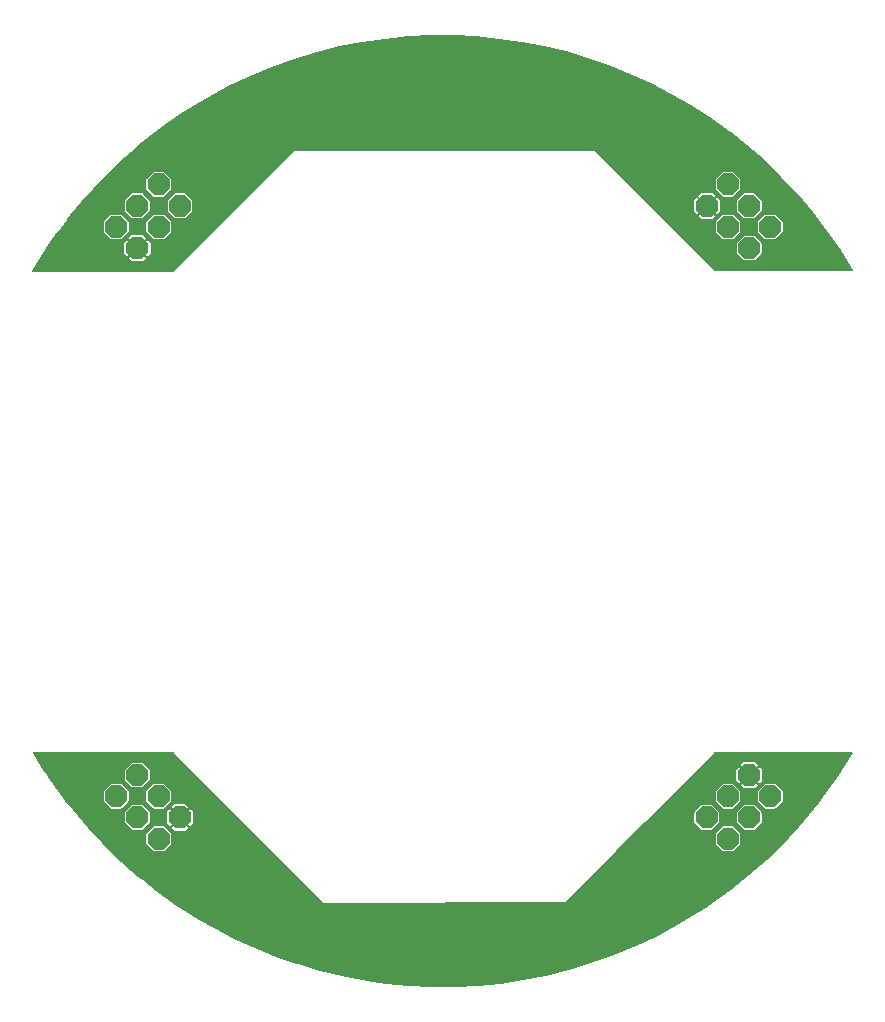
<source format=gbr>
%TF.GenerationSoftware,KiCad,Pcbnew,8.0.0*%
%TF.CreationDate,2024-04-10T23:53:27-03:00*%
%TF.ProjectId,sponsor_v1.0,73706f6e-736f-4725-9f76-312e302e6b69,rev?*%
%TF.SameCoordinates,Original*%
%TF.FileFunction,Copper,L2,Bot*%
%TF.FilePolarity,Positive*%
%FSLAX46Y46*%
G04 Gerber Fmt 4.6, Leading zero omitted, Abs format (unit mm)*
G04 Created by KiCad (PCBNEW 8.0.0) date 2024-04-10 23:53:27*
%MOMM*%
%LPD*%
G01*
G04 APERTURE LIST*
G04 Aperture macros list*
%AMOutline5P*
0 Free polygon, 5 corners , with rotation*
0 The origin of the aperture is its center*
0 number of corners: always 5*
0 $1 to $10 corner X, Y*
0 $11 Rotation angle, in degrees counterclockwise*
0 create outline with 5 corners*
4,1,5,$1,$2,$3,$4,$5,$6,$7,$8,$9,$10,$1,$2,$11*%
%AMOutline6P*
0 Free polygon, 6 corners , with rotation*
0 The origin of the aperture is its center*
0 number of corners: always 6*
0 $1 to $12 corner X, Y*
0 $13 Rotation angle, in degrees counterclockwise*
0 create outline with 6 corners*
4,1,6,$1,$2,$3,$4,$5,$6,$7,$8,$9,$10,$11,$12,$1,$2,$13*%
%AMOutline7P*
0 Free polygon, 7 corners , with rotation*
0 The origin of the aperture is its center*
0 number of corners: always 7*
0 $1 to $14 corner X, Y*
0 $15 Rotation angle, in degrees counterclockwise*
0 create outline with 7 corners*
4,1,7,$1,$2,$3,$4,$5,$6,$7,$8,$9,$10,$11,$12,$13,$14,$1,$2,$15*%
%AMOutline8P*
0 Free polygon, 8 corners , with rotation*
0 The origin of the aperture is its center*
0 number of corners: always 8*
0 $1 to $16 corner X, Y*
0 $17 Rotation angle, in degrees counterclockwise*
0 create outline with 8 corners*
4,1,8,$1,$2,$3,$4,$5,$6,$7,$8,$9,$10,$11,$12,$13,$14,$15,$16,$1,$2,$17*%
G04 Aperture macros list end*
%TA.AperFunction,ComponentPad*%
%ADD10Outline8P,-0.914400X0.378757X-0.378757X0.914400X0.378757X0.914400X0.914400X0.378757X0.914400X-0.378757X0.378757X-0.914400X-0.378757X-0.914400X-0.914400X-0.378757X315.000000*%
%TD*%
%TA.AperFunction,ComponentPad*%
%ADD11Outline8P,-0.914400X0.378757X-0.378757X0.914400X0.378757X0.914400X0.914400X0.378757X0.914400X-0.378757X0.378757X-0.914400X-0.378757X-0.914400X-0.914400X-0.378757X135.000000*%
%TD*%
%TA.AperFunction,ComponentPad*%
%ADD12Outline8P,-0.914400X0.378757X-0.378757X0.914400X0.378757X0.914400X0.914400X0.378757X0.914400X-0.378757X0.378757X-0.914400X-0.378757X-0.914400X-0.914400X-0.378757X45.000000*%
%TD*%
%TA.AperFunction,ComponentPad*%
%ADD13Outline8P,-0.914400X0.378757X-0.378757X0.914400X0.378757X0.914400X0.914400X0.378757X0.914400X-0.378757X0.378757X-0.914400X-0.378757X-0.914400X-0.914400X-0.378757X225.000000*%
%TD*%
G04 APERTURE END LIST*
D10*
%TO.P,JP1,1*%
%TO.N,GND2*%
X175807023Y-79105574D03*
%TO.P,JP1,2*%
%TO.N,N/C*%
X177603074Y-77309523D03*
%TO.P,JP1,3*%
X177603074Y-80901626D03*
%TO.P,JP1,4*%
X179399126Y-79105574D03*
%TO.P,JP1,5*%
X179399126Y-82697677D03*
%TO.P,JP1,6*%
X181195177Y-80901626D03*
%TD*%
D11*
%TO.P,JP3,1*%
%TO.N,GND*%
X131195177Y-130901626D03*
%TO.P,JP3,2*%
%TO.N,N/C*%
X129399126Y-132697677D03*
%TO.P,JP3,3*%
X129399126Y-129105574D03*
%TO.P,JP3,4*%
X127603074Y-130901626D03*
%TO.P,JP3,5*%
X127603074Y-127309523D03*
%TO.P,JP3,6*%
X125807023Y-129105574D03*
%TD*%
D12*
%TO.P,JP4,6*%
%TO.N,N/C*%
X129399126Y-77309523D03*
%TO.P,JP4,5*%
X131195177Y-79105574D03*
%TO.P,JP4,4*%
X127603074Y-79105574D03*
%TO.P,JP4,3*%
X129399126Y-80901626D03*
%TO.P,JP4,2*%
X125807023Y-80901626D03*
%TO.P,JP4,1*%
%TO.N,GND2*%
X127603074Y-82697677D03*
%TD*%
D13*
%TO.P,JP2,1*%
%TO.N,GND*%
X179399126Y-127309523D03*
%TO.P,JP2,2*%
%TO.N,N/C*%
X181195177Y-129105574D03*
%TO.P,JP2,3*%
X177603074Y-129105574D03*
%TO.P,JP2,4*%
X179399126Y-130901626D03*
%TO.P,JP2,5*%
X175807023Y-130901626D03*
%TO.P,JP2,6*%
X177603074Y-132697677D03*
%TD*%
%TA.AperFunction,Conductor*%
%TO.N,GND2*%
G36*
X154376565Y-64676411D02*
G01*
X156303622Y-64768452D01*
X156305331Y-64768574D01*
X158222351Y-64952254D01*
X158224104Y-64952464D01*
X160127601Y-65226852D01*
X160129330Y-65227143D01*
X162016067Y-65591342D01*
X162017727Y-65591704D01*
X163884216Y-66044783D01*
X163885856Y-66045222D01*
X165728729Y-66586263D01*
X165730369Y-66586787D01*
X167406655Y-67166596D01*
X167546185Y-67214858D01*
X167547835Y-67215473D01*
X169333227Y-67929658D01*
X169334824Y-67930342D01*
X171086399Y-68729723D01*
X171087992Y-68730496D01*
X172802417Y-69614181D01*
X172803955Y-69615022D01*
X174477740Y-70582041D01*
X174479232Y-70582950D01*
X175625079Y-71320783D01*
X176109087Y-71632445D01*
X176110572Y-71633454D01*
X177692962Y-72764407D01*
X177694388Y-72765478D01*
X177862756Y-72898661D01*
X179226079Y-73977083D01*
X179227476Y-73978245D01*
X180704971Y-75269498D01*
X180706317Y-75270734D01*
X182126291Y-76640778D01*
X182127578Y-76642083D01*
X183468866Y-78071068D01*
X183486573Y-78089932D01*
X183487803Y-78091309D01*
X184782515Y-79616138D01*
X184783680Y-79617582D01*
X186010644Y-81218388D01*
X186011739Y-81219893D01*
X187167637Y-82895860D01*
X187168657Y-82897423D01*
X188191863Y-84553399D01*
X188196409Y-84581428D01*
X188179803Y-84604461D01*
X188160302Y-84610000D01*
X176485368Y-84610000D01*
X176459134Y-84599134D01*
X174948989Y-83088989D01*
X178357226Y-83088989D01*
X178357228Y-83089002D01*
X178364620Y-83126176D01*
X178364623Y-83126182D01*
X178385689Y-83157709D01*
X178939090Y-83711110D01*
X178970621Y-83732179D01*
X179007814Y-83739577D01*
X179790442Y-83739576D01*
X179798132Y-83738046D01*
X179827625Y-83732182D01*
X179827627Y-83732180D01*
X179827631Y-83732180D01*
X179859158Y-83711114D01*
X180412559Y-83157713D01*
X180433628Y-83126182D01*
X180441026Y-83088989D01*
X180441025Y-82306361D01*
X180440941Y-82305940D01*
X180433631Y-82269177D01*
X180433627Y-82269169D01*
X180414102Y-82239948D01*
X180412563Y-82237645D01*
X179859162Y-81684244D01*
X179859156Y-81684240D01*
X179827634Y-81663177D01*
X179827633Y-81663176D01*
X179827631Y-81663175D01*
X179827627Y-81663174D01*
X179790439Y-81655777D01*
X179007813Y-81655777D01*
X179007800Y-81655779D01*
X178970626Y-81663171D01*
X178970618Y-81663175D01*
X178939097Y-81684237D01*
X178385690Y-82237644D01*
X178364626Y-82269168D01*
X178364623Y-82269175D01*
X178357226Y-82306359D01*
X178357226Y-83088989D01*
X174948989Y-83088989D01*
X173152938Y-81292938D01*
X176561174Y-81292938D01*
X176561176Y-81292951D01*
X176568568Y-81330125D01*
X176568572Y-81330133D01*
X176576580Y-81342117D01*
X176589637Y-81361658D01*
X177143038Y-81915059D01*
X177174569Y-81936128D01*
X177211762Y-81943526D01*
X177994390Y-81943525D01*
X178002080Y-81941995D01*
X178031573Y-81936131D01*
X178031575Y-81936129D01*
X178031579Y-81936129D01*
X178063106Y-81915063D01*
X178616507Y-81361662D01*
X178637576Y-81330131D01*
X178644974Y-81292938D01*
X180153277Y-81292938D01*
X180153279Y-81292951D01*
X180160671Y-81330125D01*
X180160675Y-81330133D01*
X180168683Y-81342117D01*
X180181740Y-81361658D01*
X180735141Y-81915059D01*
X180766672Y-81936128D01*
X180803865Y-81943526D01*
X181586493Y-81943525D01*
X181594183Y-81941995D01*
X181623676Y-81936131D01*
X181623678Y-81936129D01*
X181623682Y-81936129D01*
X181655209Y-81915063D01*
X182208610Y-81361662D01*
X182229679Y-81330131D01*
X182237077Y-81292938D01*
X182237076Y-80510310D01*
X182236992Y-80509889D01*
X182229682Y-80473126D01*
X182229678Y-80473118D01*
X182208616Y-80441597D01*
X182208614Y-80441594D01*
X181655213Y-79888193D01*
X181655207Y-79888189D01*
X181623685Y-79867126D01*
X181623684Y-79867125D01*
X181623682Y-79867124D01*
X181623678Y-79867123D01*
X181586490Y-79859726D01*
X180803864Y-79859726D01*
X180803851Y-79859728D01*
X180766677Y-79867120D01*
X180766669Y-79867124D01*
X180735148Y-79888186D01*
X180181741Y-80441593D01*
X180160677Y-80473117D01*
X180160674Y-80473124D01*
X180153277Y-80510308D01*
X180153277Y-81292938D01*
X178644974Y-81292938D01*
X178644973Y-80510310D01*
X178644889Y-80509889D01*
X178637579Y-80473126D01*
X178637575Y-80473118D01*
X178616513Y-80441597D01*
X178616511Y-80441594D01*
X178063110Y-79888193D01*
X178063104Y-79888189D01*
X178031582Y-79867126D01*
X178031581Y-79867125D01*
X178031579Y-79867124D01*
X178031575Y-79867123D01*
X177994387Y-79859726D01*
X177211761Y-79859726D01*
X177211748Y-79859728D01*
X177174574Y-79867120D01*
X177174566Y-79867124D01*
X177143045Y-79888186D01*
X176589638Y-80441593D01*
X176568574Y-80473117D01*
X176568571Y-80473124D01*
X176561174Y-80510308D01*
X176561174Y-81292938D01*
X173152938Y-81292938D01*
X171394073Y-79534073D01*
X171364269Y-79504269D01*
X174690223Y-79504269D01*
X174701967Y-79563305D01*
X174735407Y-79613350D01*
X174945767Y-79823710D01*
X175382754Y-79386721D01*
X175400521Y-79417494D01*
X175495103Y-79512076D01*
X175525873Y-79529841D01*
X175088886Y-79966829D01*
X175299247Y-80177190D01*
X175349292Y-80210628D01*
X175349294Y-80210629D01*
X175408326Y-80222373D01*
X175408332Y-80222374D01*
X176205713Y-80222374D01*
X176205718Y-80222373D01*
X176264754Y-80210629D01*
X176314799Y-80177189D01*
X176525159Y-79966829D01*
X176088171Y-79529841D01*
X176118943Y-79512076D01*
X176213525Y-79417494D01*
X176231290Y-79386722D01*
X176668278Y-79823710D01*
X176878639Y-79613349D01*
X176912077Y-79563304D01*
X176912078Y-79563302D01*
X176923822Y-79504270D01*
X176923823Y-79504264D01*
X176923823Y-79496886D01*
X178357226Y-79496886D01*
X178357228Y-79496899D01*
X178364620Y-79534073D01*
X178364623Y-79534079D01*
X178385689Y-79565606D01*
X178939090Y-80119007D01*
X178970621Y-80140076D01*
X179007814Y-80147474D01*
X179790442Y-80147473D01*
X179798132Y-80145943D01*
X179827625Y-80140079D01*
X179827627Y-80140077D01*
X179827631Y-80140077D01*
X179859158Y-80119011D01*
X180412559Y-79565610D01*
X180433628Y-79534079D01*
X180441026Y-79496886D01*
X180441025Y-78714258D01*
X180440941Y-78713837D01*
X180433631Y-78677074D01*
X180433627Y-78677066D01*
X180414102Y-78647845D01*
X180412563Y-78645542D01*
X179859162Y-78092141D01*
X179859156Y-78092137D01*
X179827634Y-78071074D01*
X179827633Y-78071073D01*
X179827631Y-78071072D01*
X179827627Y-78071071D01*
X179790439Y-78063674D01*
X179007813Y-78063674D01*
X179007800Y-78063676D01*
X178970626Y-78071068D01*
X178970618Y-78071072D01*
X178939097Y-78092134D01*
X178385690Y-78645541D01*
X178364626Y-78677065D01*
X178364623Y-78677072D01*
X178357226Y-78714256D01*
X178357226Y-79496886D01*
X176923823Y-79496886D01*
X176923823Y-78706884D01*
X176923822Y-78706878D01*
X176912078Y-78647842D01*
X176878638Y-78597797D01*
X176668278Y-78387437D01*
X176231290Y-78824424D01*
X176213525Y-78793654D01*
X176118943Y-78699072D01*
X176088170Y-78681305D01*
X176525159Y-78244318D01*
X176314798Y-78033957D01*
X176264753Y-78000519D01*
X176264751Y-78000518D01*
X176205719Y-77988774D01*
X175408327Y-77988774D01*
X175349291Y-78000518D01*
X175299246Y-78033958D01*
X175088886Y-78244318D01*
X175525874Y-78681306D01*
X175495103Y-78699072D01*
X175400521Y-78793654D01*
X175382755Y-78824425D01*
X174945766Y-78387437D01*
X174735408Y-78597795D01*
X174701968Y-78647843D01*
X174701967Y-78647845D01*
X174690223Y-78706877D01*
X174690223Y-79504269D01*
X171364269Y-79504269D01*
X169560835Y-77700835D01*
X176561174Y-77700835D01*
X176561176Y-77700848D01*
X176568568Y-77738022D01*
X176568571Y-77738028D01*
X176589637Y-77769555D01*
X177143038Y-78322956D01*
X177174569Y-78344025D01*
X177211762Y-78351423D01*
X177994390Y-78351422D01*
X178002080Y-78349892D01*
X178031573Y-78344028D01*
X178031575Y-78344026D01*
X178031579Y-78344026D01*
X178063106Y-78322960D01*
X178616507Y-77769559D01*
X178637576Y-77738028D01*
X178644974Y-77700835D01*
X178644973Y-76918207D01*
X178644889Y-76917786D01*
X178637579Y-76881023D01*
X178637575Y-76881015D01*
X178616513Y-76849494D01*
X178616511Y-76849491D01*
X178063110Y-76296090D01*
X178063104Y-76296086D01*
X178031582Y-76275023D01*
X178031581Y-76275022D01*
X178031579Y-76275021D01*
X178031575Y-76275020D01*
X177994387Y-76267623D01*
X177211761Y-76267623D01*
X177211748Y-76267625D01*
X177174574Y-76275017D01*
X177174566Y-76275021D01*
X177143045Y-76296083D01*
X176589638Y-76849490D01*
X176568574Y-76881014D01*
X176568571Y-76881021D01*
X176561174Y-76918205D01*
X176561174Y-77700835D01*
X169560835Y-77700835D01*
X166310000Y-74450000D01*
X166309999Y-74450000D01*
X140850000Y-74450000D01*
X130700883Y-84679031D01*
X130674692Y-84690000D01*
X118701500Y-84690000D01*
X118675266Y-84679134D01*
X118664400Y-84652900D01*
X118669768Y-84633677D01*
X119193401Y-83769292D01*
X119337298Y-83531753D01*
X119337913Y-83530775D01*
X119620965Y-83096372D01*
X126486274Y-83096372D01*
X126498018Y-83155408D01*
X126531458Y-83205453D01*
X126741818Y-83415813D01*
X127178805Y-82978824D01*
X127196572Y-83009597D01*
X127291154Y-83104179D01*
X127321924Y-83121944D01*
X126884937Y-83558932D01*
X127095298Y-83769293D01*
X127145343Y-83802731D01*
X127145345Y-83802732D01*
X127204377Y-83814476D01*
X127204383Y-83814477D01*
X128001764Y-83814477D01*
X128001769Y-83814476D01*
X128060805Y-83802732D01*
X128110850Y-83769292D01*
X128321210Y-83558932D01*
X127884222Y-83121944D01*
X127914994Y-83104179D01*
X128009576Y-83009597D01*
X128027341Y-82978825D01*
X128464329Y-83415813D01*
X128674690Y-83205452D01*
X128708128Y-83155407D01*
X128708129Y-83155405D01*
X128719873Y-83096373D01*
X128719874Y-83096367D01*
X128719874Y-82298987D01*
X128719873Y-82298981D01*
X128708129Y-82239945D01*
X128674689Y-82189900D01*
X128464329Y-81979540D01*
X128027341Y-82416527D01*
X128009576Y-82385757D01*
X127914994Y-82291175D01*
X127884221Y-82273408D01*
X128321210Y-81836421D01*
X128110849Y-81626060D01*
X128060804Y-81592622D01*
X128060802Y-81592621D01*
X128001770Y-81580877D01*
X127204378Y-81580877D01*
X127145342Y-81592621D01*
X127095297Y-81626061D01*
X126884937Y-81836421D01*
X127321925Y-82273409D01*
X127291154Y-82291175D01*
X127196572Y-82385757D01*
X127178806Y-82416528D01*
X126741817Y-81979540D01*
X126531459Y-82189898D01*
X126498019Y-82239946D01*
X126498018Y-82239948D01*
X126486274Y-82298980D01*
X126486274Y-83096372D01*
X119620965Y-83096372D01*
X120059154Y-82423879D01*
X120059804Y-82422918D01*
X120815670Y-81342063D01*
X120816304Y-81341188D01*
X120852454Y-81292938D01*
X124765123Y-81292938D01*
X124765125Y-81292951D01*
X124772517Y-81330125D01*
X124772521Y-81330133D01*
X124780529Y-81342117D01*
X124793586Y-81361658D01*
X125346987Y-81915059D01*
X125378518Y-81936128D01*
X125415711Y-81943526D01*
X126198339Y-81943525D01*
X126206029Y-81941995D01*
X126235522Y-81936131D01*
X126235524Y-81936129D01*
X126235528Y-81936129D01*
X126267055Y-81915063D01*
X126820456Y-81361662D01*
X126841525Y-81330131D01*
X126848923Y-81292938D01*
X128357226Y-81292938D01*
X128357228Y-81292951D01*
X128364620Y-81330125D01*
X128364624Y-81330133D01*
X128372632Y-81342117D01*
X128385689Y-81361658D01*
X128939090Y-81915059D01*
X128970621Y-81936128D01*
X129007814Y-81943526D01*
X129790442Y-81943525D01*
X129798132Y-81941995D01*
X129827625Y-81936131D01*
X129827627Y-81936129D01*
X129827631Y-81936129D01*
X129859158Y-81915063D01*
X130412559Y-81361662D01*
X130433628Y-81330131D01*
X130441026Y-81292938D01*
X130441025Y-80510310D01*
X130440941Y-80509889D01*
X130433631Y-80473126D01*
X130433627Y-80473118D01*
X130412565Y-80441597D01*
X130412563Y-80441594D01*
X129859162Y-79888193D01*
X129859156Y-79888189D01*
X129827634Y-79867126D01*
X129827633Y-79867125D01*
X129827631Y-79867124D01*
X129827627Y-79867123D01*
X129790439Y-79859726D01*
X129007813Y-79859726D01*
X129007800Y-79859728D01*
X128970626Y-79867120D01*
X128970618Y-79867124D01*
X128939097Y-79888186D01*
X128385690Y-80441593D01*
X128364626Y-80473117D01*
X128364623Y-80473124D01*
X128357226Y-80510308D01*
X128357226Y-81292938D01*
X126848923Y-81292938D01*
X126848922Y-80510310D01*
X126848838Y-80509889D01*
X126841528Y-80473126D01*
X126841524Y-80473118D01*
X126820462Y-80441597D01*
X126820460Y-80441594D01*
X126267059Y-79888193D01*
X126267053Y-79888189D01*
X126235531Y-79867126D01*
X126235530Y-79867125D01*
X126235528Y-79867124D01*
X126235524Y-79867123D01*
X126198336Y-79859726D01*
X125415710Y-79859726D01*
X125415697Y-79859728D01*
X125378523Y-79867120D01*
X125378515Y-79867124D01*
X125346994Y-79888186D01*
X124793587Y-80441593D01*
X124772523Y-80473117D01*
X124772520Y-80473124D01*
X124765123Y-80510308D01*
X124765123Y-81292938D01*
X120852454Y-81292938D01*
X121605970Y-80287211D01*
X121606710Y-80286258D01*
X121624942Y-80263513D01*
X122239448Y-79496886D01*
X126561174Y-79496886D01*
X126561176Y-79496899D01*
X126568568Y-79534073D01*
X126568571Y-79534079D01*
X126589637Y-79565606D01*
X127143038Y-80119007D01*
X127174569Y-80140076D01*
X127211762Y-80147474D01*
X127994390Y-80147473D01*
X128002080Y-80145943D01*
X128031573Y-80140079D01*
X128031575Y-80140077D01*
X128031579Y-80140077D01*
X128063106Y-80119011D01*
X128616507Y-79565610D01*
X128637576Y-79534079D01*
X128644974Y-79496886D01*
X130153277Y-79496886D01*
X130153279Y-79496899D01*
X130160671Y-79534073D01*
X130160674Y-79534079D01*
X130181740Y-79565606D01*
X130735141Y-80119007D01*
X130766672Y-80140076D01*
X130803865Y-80147474D01*
X131586493Y-80147473D01*
X131594183Y-80145943D01*
X131623676Y-80140079D01*
X131623678Y-80140077D01*
X131623682Y-80140077D01*
X131655209Y-80119011D01*
X132208610Y-79565610D01*
X132229679Y-79534079D01*
X132237077Y-79496886D01*
X132237076Y-78714258D01*
X132236992Y-78713837D01*
X132229682Y-78677074D01*
X132229678Y-78677066D01*
X132210153Y-78647845D01*
X132208614Y-78645542D01*
X131655213Y-78092141D01*
X131655207Y-78092137D01*
X131623685Y-78071074D01*
X131623684Y-78071073D01*
X131623682Y-78071072D01*
X131623678Y-78071071D01*
X131586490Y-78063674D01*
X130803864Y-78063674D01*
X130803851Y-78063676D01*
X130766677Y-78071068D01*
X130766669Y-78071072D01*
X130735148Y-78092134D01*
X130181741Y-78645541D01*
X130160677Y-78677065D01*
X130160674Y-78677072D01*
X130153277Y-78714256D01*
X130153277Y-79496886D01*
X128644974Y-79496886D01*
X128644973Y-78714258D01*
X128644889Y-78713837D01*
X128637579Y-78677074D01*
X128637575Y-78677066D01*
X128618050Y-78647845D01*
X128616511Y-78645542D01*
X128063110Y-78092141D01*
X128063104Y-78092137D01*
X128031582Y-78071074D01*
X128031581Y-78071073D01*
X128031579Y-78071072D01*
X128031575Y-78071071D01*
X127994387Y-78063674D01*
X127211761Y-78063674D01*
X127211748Y-78063676D01*
X127174574Y-78071068D01*
X127174566Y-78071072D01*
X127143045Y-78092134D01*
X126589638Y-78645541D01*
X126568574Y-78677065D01*
X126568571Y-78677072D01*
X126561174Y-78714256D01*
X126561174Y-79496886D01*
X122239448Y-79496886D01*
X122429521Y-79259760D01*
X122430205Y-79258934D01*
X123285469Y-78260584D01*
X123286171Y-78259792D01*
X123797563Y-77700835D01*
X128357226Y-77700835D01*
X128357228Y-77700848D01*
X128364620Y-77738022D01*
X128364623Y-77738028D01*
X128385689Y-77769555D01*
X128939090Y-78322956D01*
X128970621Y-78344025D01*
X129007814Y-78351423D01*
X129790442Y-78351422D01*
X129798132Y-78349892D01*
X129827625Y-78344028D01*
X129827627Y-78344026D01*
X129827631Y-78344026D01*
X129859158Y-78322960D01*
X130412559Y-77769559D01*
X130433628Y-77738028D01*
X130441026Y-77700835D01*
X130441025Y-76918207D01*
X130440941Y-76917786D01*
X130433631Y-76881023D01*
X130433627Y-76881015D01*
X130412565Y-76849494D01*
X130412563Y-76849491D01*
X129859162Y-76296090D01*
X129859156Y-76296086D01*
X129827634Y-76275023D01*
X129827633Y-76275022D01*
X129827631Y-76275021D01*
X129827627Y-76275020D01*
X129790439Y-76267623D01*
X129007813Y-76267623D01*
X129007800Y-76267625D01*
X128970626Y-76275017D01*
X128970618Y-76275021D01*
X128939097Y-76296083D01*
X128385690Y-76849490D01*
X128364626Y-76881014D01*
X128364623Y-76881021D01*
X128357226Y-76918205D01*
X128357226Y-77700835D01*
X123797563Y-77700835D01*
X124173031Y-77290445D01*
X124173809Y-77289622D01*
X125091563Y-76349944D01*
X125092339Y-76349175D01*
X126040282Y-75439850D01*
X126041106Y-75439085D01*
X127018484Y-74560841D01*
X127019303Y-74560129D01*
X128025386Y-73713672D01*
X128026265Y-73712957D01*
X129060299Y-72899016D01*
X129061220Y-72898315D01*
X130122473Y-72117596D01*
X130123420Y-72116922D01*
X131211199Y-71370104D01*
X131212117Y-71369496D01*
X132325661Y-70657314D01*
X132326589Y-70656741D01*
X133464952Y-69980028D01*
X133466219Y-69979310D01*
X135280321Y-69002520D01*
X135281924Y-69001708D01*
X137123046Y-68126799D01*
X137124705Y-68126061D01*
X138989629Y-67352008D01*
X138991330Y-67351352D01*
X140876707Y-66677217D01*
X140878421Y-66676651D01*
X142780887Y-66101501D01*
X142782590Y-66101032D01*
X144698754Y-65623951D01*
X144700514Y-65623558D01*
X146626957Y-65243631D01*
X146628662Y-65243338D01*
X148562029Y-64959640D01*
X148563762Y-64959428D01*
X150500655Y-64771042D01*
X150502377Y-64770917D01*
X152439377Y-64676927D01*
X152441101Y-64676884D01*
X154374804Y-64676370D01*
X154376565Y-64676411D01*
G37*
%TD.AperFunction*%
%TD*%
%TA.AperFunction,Conductor*%
%TO.N,GND*%
G36*
X130710857Y-125410865D02*
G01*
X130710863Y-125410872D01*
X130710868Y-125410877D01*
X143399998Y-138109999D01*
X143400000Y-138110000D01*
X163770000Y-138100000D01*
X168110310Y-133732176D01*
X168749446Y-133088989D01*
X176561174Y-133088989D01*
X176561176Y-133089002D01*
X176568568Y-133126176D01*
X176568571Y-133126182D01*
X176589637Y-133157709D01*
X177143038Y-133711110D01*
X177174569Y-133732179D01*
X177211762Y-133739577D01*
X177994390Y-133739576D01*
X178002080Y-133738046D01*
X178031573Y-133732182D01*
X178031575Y-133732180D01*
X178031579Y-133732180D01*
X178063106Y-133711114D01*
X178616507Y-133157713D01*
X178637576Y-133126182D01*
X178644974Y-133088989D01*
X178644973Y-132306361D01*
X178644889Y-132305940D01*
X178637579Y-132269177D01*
X178637575Y-132269169D01*
X178616513Y-132237648D01*
X178616511Y-132237645D01*
X178063110Y-131684244D01*
X178063104Y-131684240D01*
X178031582Y-131663177D01*
X178031581Y-131663176D01*
X178031579Y-131663175D01*
X178031575Y-131663174D01*
X177994387Y-131655777D01*
X177211761Y-131655777D01*
X177211748Y-131655779D01*
X177174574Y-131663171D01*
X177174566Y-131663175D01*
X177143045Y-131684237D01*
X176589638Y-132237644D01*
X176568574Y-132269168D01*
X176568571Y-132269175D01*
X176561174Y-132306359D01*
X176561174Y-133088989D01*
X168749446Y-133088989D01*
X170534183Y-131292938D01*
X174765123Y-131292938D01*
X174765125Y-131292951D01*
X174772517Y-131330125D01*
X174772520Y-131330131D01*
X174793586Y-131361658D01*
X175346987Y-131915059D01*
X175378518Y-131936128D01*
X175415711Y-131943526D01*
X176198339Y-131943525D01*
X176206029Y-131941995D01*
X176235522Y-131936131D01*
X176235524Y-131936129D01*
X176235528Y-131936129D01*
X176267055Y-131915063D01*
X176820456Y-131361662D01*
X176841525Y-131330131D01*
X176848923Y-131292938D01*
X178357226Y-131292938D01*
X178357228Y-131292951D01*
X178364620Y-131330125D01*
X178364623Y-131330131D01*
X178385689Y-131361658D01*
X178939090Y-131915059D01*
X178970621Y-131936128D01*
X179007814Y-131943526D01*
X179790442Y-131943525D01*
X179798132Y-131941995D01*
X179827625Y-131936131D01*
X179827627Y-131936129D01*
X179827631Y-131936129D01*
X179859158Y-131915063D01*
X180412559Y-131361662D01*
X180433628Y-131330131D01*
X180441026Y-131292938D01*
X180441025Y-130510310D01*
X180440941Y-130509889D01*
X180433631Y-130473126D01*
X180433627Y-130473118D01*
X180414102Y-130443897D01*
X180412563Y-130441594D01*
X179859162Y-129888193D01*
X179859156Y-129888189D01*
X179827634Y-129867126D01*
X179827633Y-129867125D01*
X179827631Y-129867124D01*
X179827627Y-129867123D01*
X179790439Y-129859726D01*
X179007813Y-129859726D01*
X179007800Y-129859728D01*
X178970626Y-129867120D01*
X178970618Y-129867124D01*
X178939097Y-129888186D01*
X178385690Y-130441593D01*
X178364626Y-130473117D01*
X178364623Y-130473124D01*
X178357226Y-130510308D01*
X178357226Y-131292938D01*
X176848923Y-131292938D01*
X176848922Y-130510310D01*
X176848838Y-130509889D01*
X176841528Y-130473126D01*
X176841524Y-130473118D01*
X176821999Y-130443897D01*
X176820460Y-130441594D01*
X176267059Y-129888193D01*
X176267053Y-129888189D01*
X176235531Y-129867126D01*
X176235530Y-129867125D01*
X176235528Y-129867124D01*
X176235524Y-129867123D01*
X176198336Y-129859726D01*
X175415710Y-129859726D01*
X175415697Y-129859728D01*
X175378523Y-129867120D01*
X175378515Y-129867124D01*
X175346994Y-129888186D01*
X174793587Y-130441593D01*
X174772523Y-130473117D01*
X174772520Y-130473124D01*
X174765123Y-130510308D01*
X174765123Y-131292938D01*
X170534183Y-131292938D01*
X172318921Y-129496886D01*
X176561174Y-129496886D01*
X176561176Y-129496899D01*
X176568568Y-129534073D01*
X176568571Y-129534079D01*
X176589637Y-129565606D01*
X177143038Y-130119007D01*
X177174569Y-130140076D01*
X177211762Y-130147474D01*
X177994390Y-130147473D01*
X178002080Y-130145943D01*
X178031573Y-130140079D01*
X178031575Y-130140077D01*
X178031579Y-130140077D01*
X178063106Y-130119011D01*
X178616507Y-129565610D01*
X178637576Y-129534079D01*
X178644974Y-129496886D01*
X180153277Y-129496886D01*
X180153279Y-129496899D01*
X180160671Y-129534073D01*
X180160674Y-129534079D01*
X180181740Y-129565606D01*
X180735141Y-130119007D01*
X180766672Y-130140076D01*
X180803865Y-130147474D01*
X181586493Y-130147473D01*
X181594183Y-130145943D01*
X181623676Y-130140079D01*
X181623678Y-130140077D01*
X181623682Y-130140077D01*
X181655209Y-130119011D01*
X182208610Y-129565610D01*
X182229679Y-129534079D01*
X182237077Y-129496886D01*
X182237076Y-128714258D01*
X182233614Y-128696849D01*
X182229682Y-128677074D01*
X182229678Y-128677066D01*
X182208616Y-128645545D01*
X182208614Y-128645542D01*
X181655213Y-128092141D01*
X181655207Y-128092137D01*
X181623685Y-128071074D01*
X181623684Y-128071073D01*
X181623682Y-128071072D01*
X181623678Y-128071071D01*
X181586490Y-128063674D01*
X180803864Y-128063674D01*
X180803851Y-128063676D01*
X180766677Y-128071068D01*
X180766669Y-128071072D01*
X180735148Y-128092134D01*
X180181741Y-128645541D01*
X180160677Y-128677065D01*
X180160674Y-128677072D01*
X180153277Y-128714256D01*
X180153277Y-129496886D01*
X178644974Y-129496886D01*
X178644973Y-128714258D01*
X178641511Y-128696849D01*
X178637579Y-128677074D01*
X178637575Y-128677066D01*
X178616513Y-128645545D01*
X178616511Y-128645542D01*
X178063110Y-128092141D01*
X178063104Y-128092137D01*
X178031582Y-128071074D01*
X178031581Y-128071073D01*
X178031579Y-128071072D01*
X178031575Y-128071071D01*
X177994387Y-128063674D01*
X177211761Y-128063674D01*
X177211748Y-128063676D01*
X177174574Y-128071068D01*
X177174566Y-128071072D01*
X177143045Y-128092134D01*
X176589638Y-128645541D01*
X176568574Y-128677065D01*
X176568571Y-128677072D01*
X176561174Y-128714256D01*
X176561174Y-129496886D01*
X172318921Y-129496886D01*
X174096322Y-127708218D01*
X178282326Y-127708218D01*
X178294070Y-127767254D01*
X178327510Y-127817299D01*
X178537870Y-128027659D01*
X178974857Y-127590670D01*
X178992624Y-127621443D01*
X179087206Y-127716025D01*
X179117976Y-127733790D01*
X178680989Y-128170778D01*
X178891350Y-128381139D01*
X178941395Y-128414577D01*
X178941397Y-128414578D01*
X179000429Y-128426322D01*
X179000435Y-128426323D01*
X179797816Y-128426323D01*
X179797821Y-128426322D01*
X179856857Y-128414578D01*
X179906902Y-128381138D01*
X180117262Y-128170778D01*
X179680274Y-127733790D01*
X179711046Y-127716025D01*
X179805628Y-127621443D01*
X179823393Y-127590671D01*
X180260381Y-128027659D01*
X180470742Y-127817298D01*
X180504180Y-127767253D01*
X180504181Y-127767251D01*
X180515925Y-127708219D01*
X180515926Y-127708213D01*
X180515926Y-126910833D01*
X180515925Y-126910827D01*
X180504181Y-126851791D01*
X180470741Y-126801746D01*
X180260381Y-126591386D01*
X179823393Y-127028373D01*
X179805628Y-126997603D01*
X179711046Y-126903021D01*
X179680273Y-126885254D01*
X180117262Y-126448267D01*
X179906901Y-126237906D01*
X179856856Y-126204468D01*
X179856854Y-126204467D01*
X179797822Y-126192723D01*
X179000430Y-126192723D01*
X178941394Y-126204467D01*
X178891349Y-126237907D01*
X178680989Y-126448267D01*
X179117977Y-126885255D01*
X179087206Y-126903021D01*
X178992624Y-126997603D01*
X178974858Y-127028374D01*
X178537869Y-126591386D01*
X178327511Y-126801744D01*
X178294071Y-126851792D01*
X178294070Y-126851794D01*
X178282326Y-126910826D01*
X178282326Y-127708218D01*
X174096322Y-127708218D01*
X176379120Y-125410949D01*
X176405319Y-125400000D01*
X188113632Y-125400000D01*
X188139866Y-125410866D01*
X188150732Y-125437100D01*
X188145344Y-125456356D01*
X187564324Y-126413212D01*
X187563679Y-126414235D01*
X186842501Y-127519066D01*
X186841825Y-127520066D01*
X186086093Y-128599401D01*
X186085385Y-128600378D01*
X185295859Y-129653397D01*
X185295121Y-129654349D01*
X184472584Y-130680218D01*
X184471815Y-130681145D01*
X183617063Y-131679019D01*
X183616265Y-131679921D01*
X182729958Y-132649103D01*
X182729131Y-132649979D01*
X181812094Y-133589590D01*
X181811238Y-133590439D01*
X180864222Y-134499683D01*
X180863337Y-134500505D01*
X179887105Y-135378571D01*
X179886193Y-135379365D01*
X178881484Y-136225466D01*
X178880544Y-136226231D01*
X177848150Y-137039530D01*
X177847184Y-137040266D01*
X176787825Y-137819992D01*
X176786832Y-137820698D01*
X175701315Y-138566006D01*
X175700297Y-138566681D01*
X174589328Y-139276802D01*
X174588284Y-139277445D01*
X173452911Y-139951401D01*
X173451531Y-139952181D01*
X171636037Y-140927456D01*
X171634373Y-140928296D01*
X169791973Y-141801779D01*
X169790274Y-141802534D01*
X167924069Y-142575293D01*
X167922339Y-142575959D01*
X166035767Y-143248887D01*
X166034014Y-143249463D01*
X164130489Y-143823472D01*
X164128718Y-143823959D01*
X162211566Y-144299987D01*
X162209783Y-144300383D01*
X160282431Y-144679334D01*
X160280641Y-144679641D01*
X158346428Y-144962443D01*
X158344635Y-144962660D01*
X156407010Y-145150218D01*
X156405219Y-145150348D01*
X154467528Y-145243585D01*
X154465742Y-145243628D01*
X152531361Y-145243459D01*
X152529583Y-145243416D01*
X150601954Y-145150753D01*
X150600187Y-145150626D01*
X148682647Y-144966387D01*
X148680894Y-144966176D01*
X147033386Y-144728313D01*
X146776865Y-144691277D01*
X146775138Y-144690985D01*
X146123432Y-144565059D01*
X144888014Y-144326345D01*
X144886295Y-144325971D01*
X143019425Y-143872494D01*
X143017727Y-143872038D01*
X141174571Y-143330662D01*
X141172895Y-143330127D01*
X141070924Y-143294845D01*
X139356744Y-142701737D01*
X139355112Y-142701128D01*
X137698192Y-142038183D01*
X137569452Y-141986673D01*
X137567829Y-141985978D01*
X135816040Y-141186374D01*
X135814446Y-141185600D01*
X134099846Y-140301729D01*
X134098285Y-140300876D01*
X132991729Y-139661524D01*
X132424348Y-139333700D01*
X132422844Y-139332782D01*
X131623699Y-138818175D01*
X130792881Y-138283171D01*
X130791394Y-138282162D01*
X129208868Y-137151082D01*
X129207424Y-137149996D01*
X128039146Y-136225846D01*
X127675659Y-135938314D01*
X127674271Y-135937160D01*
X127072145Y-135410930D01*
X126247696Y-134690399D01*
X126196723Y-134645851D01*
X126195377Y-134644615D01*
X124775378Y-133274544D01*
X124774087Y-133273236D01*
X124601147Y-133088989D01*
X128357226Y-133088989D01*
X128357228Y-133089002D01*
X128364620Y-133126176D01*
X128364623Y-133126182D01*
X128385689Y-133157709D01*
X128939090Y-133711110D01*
X128970621Y-133732179D01*
X129007814Y-133739577D01*
X129790442Y-133739576D01*
X129798132Y-133738046D01*
X129827625Y-133732182D01*
X129827627Y-133732180D01*
X129827631Y-133732180D01*
X129859158Y-133711114D01*
X130412559Y-133157713D01*
X130433628Y-133126182D01*
X130441026Y-133088989D01*
X130441025Y-132306361D01*
X130440941Y-132305940D01*
X130433631Y-132269177D01*
X130433627Y-132269169D01*
X130412565Y-132237648D01*
X130412563Y-132237645D01*
X129859162Y-131684244D01*
X129859156Y-131684240D01*
X129827634Y-131663177D01*
X129827633Y-131663176D01*
X129827631Y-131663175D01*
X129827627Y-131663174D01*
X129790439Y-131655777D01*
X129007813Y-131655777D01*
X129007800Y-131655779D01*
X128970626Y-131663171D01*
X128970618Y-131663175D01*
X128939097Y-131684237D01*
X128385690Y-132237644D01*
X128364626Y-132269168D01*
X128364623Y-132269175D01*
X128357226Y-132306359D01*
X128357226Y-133088989D01*
X124601147Y-133088989D01*
X123415027Y-131825320D01*
X123413797Y-131823942D01*
X122962927Y-131292938D01*
X126561174Y-131292938D01*
X126561176Y-131292951D01*
X126568568Y-131330125D01*
X126568571Y-131330131D01*
X126589637Y-131361658D01*
X127143038Y-131915059D01*
X127174569Y-131936128D01*
X127211762Y-131943526D01*
X127994390Y-131943525D01*
X128002080Y-131941995D01*
X128031573Y-131936131D01*
X128031575Y-131936129D01*
X128031579Y-131936129D01*
X128063106Y-131915063D01*
X128616507Y-131361662D01*
X128637576Y-131330131D01*
X128643505Y-131300321D01*
X130078377Y-131300321D01*
X130090121Y-131359357D01*
X130123561Y-131409402D01*
X130333921Y-131619762D01*
X130770908Y-131182773D01*
X130788675Y-131213546D01*
X130883257Y-131308128D01*
X130914027Y-131325893D01*
X130477040Y-131762881D01*
X130687401Y-131973242D01*
X130737446Y-132006680D01*
X130737448Y-132006681D01*
X130796480Y-132018425D01*
X130796486Y-132018426D01*
X131593867Y-132018426D01*
X131593872Y-132018425D01*
X131652908Y-132006681D01*
X131702953Y-131973241D01*
X131913313Y-131762881D01*
X131476325Y-131325893D01*
X131507097Y-131308128D01*
X131601679Y-131213546D01*
X131619444Y-131182774D01*
X132056432Y-131619762D01*
X132266793Y-131409401D01*
X132300231Y-131359356D01*
X132300232Y-131359354D01*
X132311976Y-131300322D01*
X132311977Y-131300316D01*
X132311977Y-130502936D01*
X132311976Y-130502930D01*
X132300232Y-130443894D01*
X132266792Y-130393849D01*
X132056432Y-130183489D01*
X131619444Y-130620476D01*
X131601679Y-130589706D01*
X131507097Y-130495124D01*
X131476324Y-130477357D01*
X131913313Y-130040370D01*
X131702952Y-129830009D01*
X131652907Y-129796571D01*
X131652905Y-129796570D01*
X131593873Y-129784826D01*
X130796481Y-129784826D01*
X130737445Y-129796570D01*
X130687400Y-129830010D01*
X130477040Y-130040370D01*
X130914028Y-130477358D01*
X130883257Y-130495124D01*
X130788675Y-130589706D01*
X130770909Y-130620477D01*
X130333920Y-130183489D01*
X130123562Y-130393847D01*
X130090122Y-130443895D01*
X130090121Y-130443897D01*
X130078377Y-130502929D01*
X130078377Y-131300321D01*
X128643505Y-131300321D01*
X128644974Y-131292938D01*
X128644973Y-130510310D01*
X128644889Y-130509889D01*
X128637579Y-130473126D01*
X128637575Y-130473118D01*
X128618050Y-130443897D01*
X128616511Y-130441594D01*
X128063110Y-129888193D01*
X128063104Y-129888189D01*
X128031582Y-129867126D01*
X128031581Y-129867125D01*
X128031579Y-129867124D01*
X128031575Y-129867123D01*
X127994387Y-129859726D01*
X127211761Y-129859726D01*
X127211748Y-129859728D01*
X127174574Y-129867120D01*
X127174566Y-129867124D01*
X127143045Y-129888186D01*
X126589638Y-130441593D01*
X126568574Y-130473117D01*
X126568571Y-130473124D01*
X126561174Y-130510308D01*
X126561174Y-131292938D01*
X122962927Y-131292938D01*
X122119095Y-130299129D01*
X122117930Y-130297685D01*
X121504143Y-129496886D01*
X124765123Y-129496886D01*
X124765125Y-129496899D01*
X124772517Y-129534073D01*
X124772520Y-129534079D01*
X124793586Y-129565606D01*
X125346987Y-130119007D01*
X125378518Y-130140076D01*
X125415711Y-130147474D01*
X126198339Y-130147473D01*
X126206029Y-130145943D01*
X126235522Y-130140079D01*
X126235524Y-130140077D01*
X126235528Y-130140077D01*
X126267055Y-130119011D01*
X126820456Y-129565610D01*
X126841525Y-129534079D01*
X126848923Y-129496886D01*
X128357226Y-129496886D01*
X128357228Y-129496899D01*
X128364620Y-129534073D01*
X128364623Y-129534079D01*
X128385689Y-129565606D01*
X128939090Y-130119007D01*
X128970621Y-130140076D01*
X129007814Y-130147474D01*
X129790442Y-130147473D01*
X129798132Y-130145943D01*
X129827625Y-130140079D01*
X129827627Y-130140077D01*
X129827631Y-130140077D01*
X129859158Y-130119011D01*
X130412559Y-129565610D01*
X130433628Y-129534079D01*
X130441026Y-129496886D01*
X130441025Y-128714258D01*
X130437563Y-128696849D01*
X130433631Y-128677074D01*
X130433627Y-128677066D01*
X130412565Y-128645545D01*
X130412563Y-128645542D01*
X129859162Y-128092141D01*
X129859156Y-128092137D01*
X129827634Y-128071074D01*
X129827633Y-128071073D01*
X129827631Y-128071072D01*
X129827627Y-128071071D01*
X129790439Y-128063674D01*
X129007813Y-128063674D01*
X129007800Y-128063676D01*
X128970626Y-128071068D01*
X128970618Y-128071072D01*
X128939097Y-128092134D01*
X128385690Y-128645541D01*
X128364626Y-128677065D01*
X128364623Y-128677072D01*
X128357226Y-128714256D01*
X128357226Y-129496886D01*
X126848923Y-129496886D01*
X126848922Y-128714258D01*
X126845460Y-128696849D01*
X126841528Y-128677074D01*
X126841524Y-128677066D01*
X126820462Y-128645545D01*
X126820460Y-128645542D01*
X126267059Y-128092141D01*
X126267053Y-128092137D01*
X126235531Y-128071074D01*
X126235530Y-128071073D01*
X126235528Y-128071072D01*
X126235524Y-128071071D01*
X126198336Y-128063674D01*
X125415710Y-128063674D01*
X125415697Y-128063676D01*
X125378523Y-128071068D01*
X125378515Y-128071072D01*
X125346994Y-128092134D01*
X124793587Y-128645541D01*
X124772523Y-128677065D01*
X124772520Y-128677072D01*
X124765123Y-128714256D01*
X124765123Y-129496886D01*
X121504143Y-129496886D01*
X120890941Y-128696849D01*
X120889846Y-128695344D01*
X120203943Y-127700835D01*
X126561174Y-127700835D01*
X126561176Y-127700848D01*
X126568568Y-127738022D01*
X126568571Y-127738028D01*
X126589637Y-127769555D01*
X127143038Y-128322956D01*
X127174569Y-128344025D01*
X127211762Y-128351423D01*
X127994390Y-128351422D01*
X128002080Y-128349892D01*
X128031573Y-128344028D01*
X128031575Y-128344026D01*
X128031579Y-128344026D01*
X128063106Y-128322960D01*
X128616507Y-127769559D01*
X128637576Y-127738028D01*
X128644974Y-127700835D01*
X128644973Y-126918207D01*
X128644889Y-126917786D01*
X128637579Y-126881023D01*
X128637575Y-126881015D01*
X128618050Y-126851794D01*
X128616511Y-126849491D01*
X128063110Y-126296090D01*
X128063104Y-126296086D01*
X128031582Y-126275023D01*
X128031581Y-126275022D01*
X128031579Y-126275021D01*
X128031575Y-126275020D01*
X127994387Y-126267623D01*
X127211761Y-126267623D01*
X127211748Y-126267625D01*
X127174574Y-126275017D01*
X127174566Y-126275021D01*
X127143045Y-126296083D01*
X126589638Y-126849490D01*
X126568574Y-126881014D01*
X126568571Y-126881021D01*
X126561174Y-126918205D01*
X126561174Y-127700835D01*
X120203943Y-127700835D01*
X119733957Y-127019389D01*
X119732937Y-127017826D01*
X118768277Y-125456601D01*
X118763731Y-125428572D01*
X118780337Y-125405539D01*
X118799838Y-125400000D01*
X130684624Y-125400000D01*
X130710857Y-125410865D01*
G37*
%TD.AperFunction*%
%TD*%
M02*

</source>
